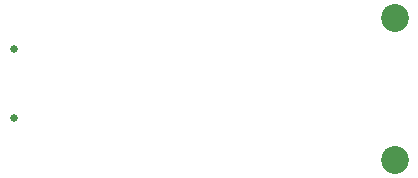
<source format=gbr>
%TF.GenerationSoftware,Altium Limited,Altium Designer,24.4.1 (13)*%
G04 Layer_Color=0*
%FSLAX45Y45*%
%MOMM*%
%TF.SameCoordinates,F106AC90-439F-428E-8782-533256F23A0D*%
%TF.FilePolarity,Positive*%
%TF.FileFunction,NonPlated,1,4,NPTH,Drill*%
%TF.Part,Single*%
G01*
G75*
%TA.AperFunction,ComponentDrill*%
%ADD80C,2.36000*%
%ADD81C,0.65000*%
D80*
X3759981Y1620016D02*
D03*
Y420016D02*
D03*
D81*
X535350Y1355200D02*
D03*
Y777200D02*
D03*
%TF.MD5,1f78a3529f7125239024cdef89cb52ba*%
M02*

</source>
